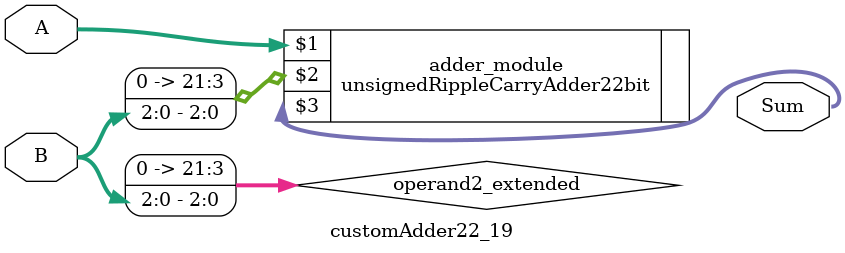
<source format=v>

module customAdder22_19(
                    input [21 : 0] A,
                    input [2 : 0] B,
                    
                    output [22 : 0] Sum
            );

    wire [21 : 0] operand2_extended;
    
    assign operand2_extended =  {19'b0, B};
    
    unsignedRippleCarryAdder22bit adder_module(
        A,
        operand2_extended,
        Sum
    );
    
endmodule
        
</source>
